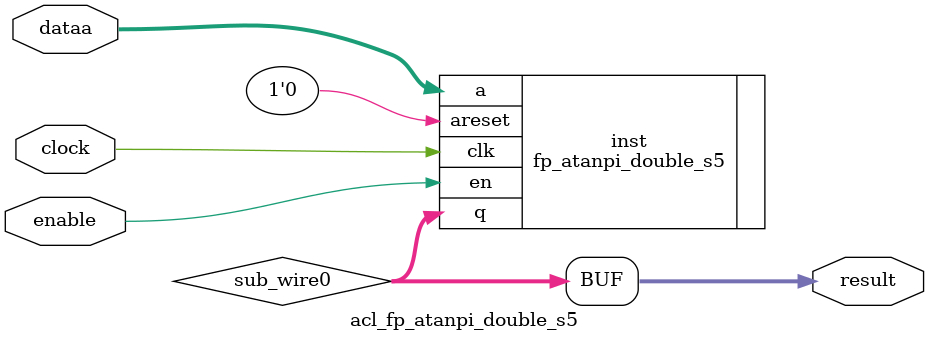
<source format=v>
`timescale 1 ps / 1 ps
module acl_fp_atanpi_double_s5 (
	enable,
	clock,
	dataa,
	result);

	input	  enable;
	input	  clock;
	input	[63:0]  dataa;
	output	[63:0]  result;

	wire [63:0] sub_wire0;
	wire [63:0] result = sub_wire0[63:0];

  fp_atanpi_double_s5 inst(
        .a(dataa),
        .en(enable),
        .q(sub_wire0),
        .clk(clock),
        .areset(1'b0)
        );

endmodule

</source>
